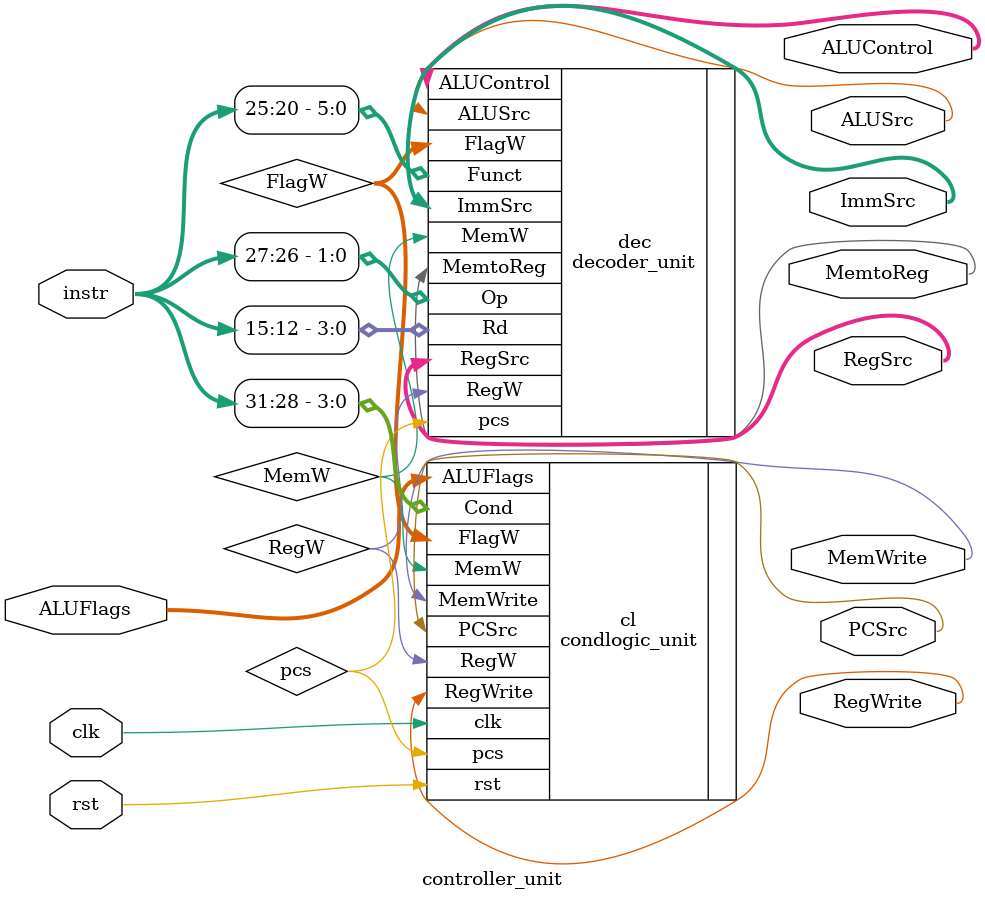
<source format=sv>
module controller_unit(
	input logic clk, 
	input logic rst,
	input logic [31:12] instr,
	input logic [3:0] ALUFlags,
	output logic [1:0] RegSrc,
	output logic RegWrite,
	output logic [1:0] ImmSrc,
	output logic ALUSrc,
	output logic [1:0] ALUControl,
	output logic MemWrite, 
	output logic MemtoReg,
	output logic PCSrc
	);
	
logic [1:0] FlagW;
logic pcs;
logic RegW;
logic MemW;

decoder_unit dec(
	.Op(instr[27:26]),
	.Funct(instr[25:20]),
	.Rd(instr[15:12]),
	.FlagW(FlagW),
	.pcs(pcs),
	.RegW(RegW),
	.MemW(MemW),
	.MemtoReg(MemtoReg),
	.ALUSrc(ALUSrc),
	.ImmSrc(ImmSrc),
	.RegSrc(RegSrc),
	.ALUControl(ALUControl)
	);
	
condlogic_unit cl(
	.clk(clk),
	.rst(rst),
	.Cond(instr[31:28]),
	.ALUFlags(ALUFlags),
	.FlagW(FlagW),
	.pcs(pcs),
	.RegW(RegW),
	.MemW(MemW),
	.PCSrc(PCSrc),
	.RegWrite(RegWrite),
	.MemWrite(MemWrite)
	);
	
endmodule
</source>
